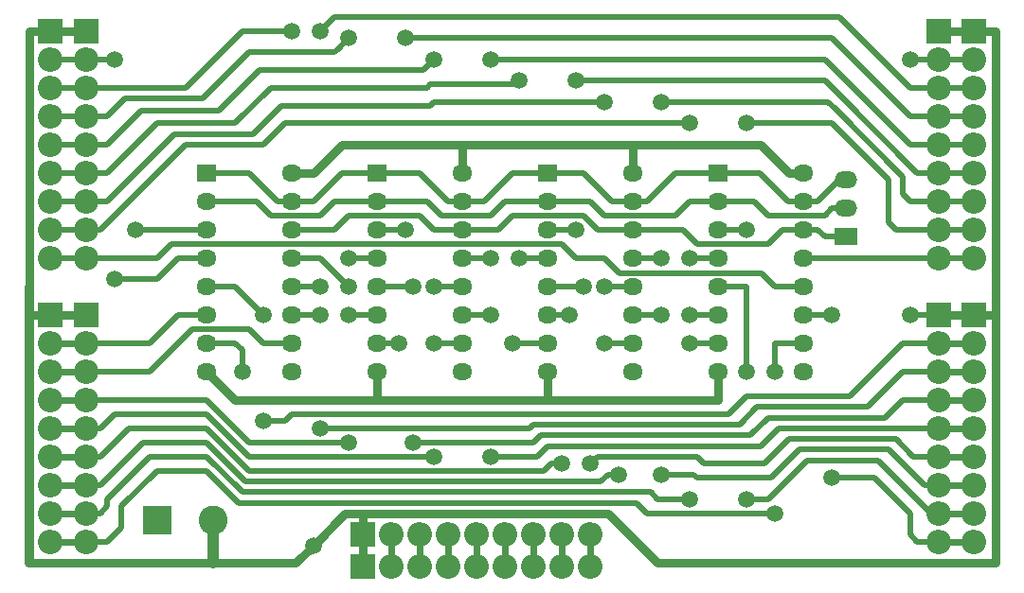
<source format=gbr>
%TF.GenerationSoftware,KiCad,Pcbnew,(5.1.8)-1*%
%TF.CreationDate,2022-11-12T22:57:04+03:00*%
%TF.ProjectId,MUX4x1,4d555834-7831-42e6-9b69-6361645f7063,rev?*%
%TF.SameCoordinates,Original*%
%TF.FileFunction,Copper,L2,Bot*%
%TF.FilePolarity,Positive*%
%FSLAX46Y46*%
G04 Gerber Fmt 4.6, Leading zero omitted, Abs format (unit mm)*
G04 Created by KiCad (PCBNEW (5.1.8)-1) date 2022-11-12 22:57:04*
%MOMM*%
%LPD*%
G01*
G04 APERTURE LIST*
%TA.AperFunction,ComponentPad*%
%ADD10O,2.200000X2.200000*%
%TD*%
%TA.AperFunction,ComponentPad*%
%ADD11R,2.200000X2.200000*%
%TD*%
%TA.AperFunction,ComponentPad*%
%ADD12O,1.800000X1.500000*%
%TD*%
%TA.AperFunction,ComponentPad*%
%ADD13R,1.800000X1.500000*%
%TD*%
%TA.AperFunction,ComponentPad*%
%ADD14O,2.000000X1.500000*%
%TD*%
%TA.AperFunction,ComponentPad*%
%ADD15R,2.000000X1.500000*%
%TD*%
%TA.AperFunction,ComponentPad*%
%ADD16R,2.600000X2.600000*%
%TD*%
%TA.AperFunction,ComponentPad*%
%ADD17C,2.600000*%
%TD*%
%TA.AperFunction,ViaPad*%
%ADD18C,1.500000*%
%TD*%
%TA.AperFunction,Conductor*%
%ADD19C,0.800000*%
%TD*%
%TA.AperFunction,Conductor*%
%ADD20C,1.000000*%
%TD*%
%TA.AperFunction,Conductor*%
%ADD21C,0.500000*%
%TD*%
%TA.AperFunction,Conductor*%
%ADD22C,0.600000*%
%TD*%
G04 APERTURE END LIST*
D10*
%TO.P,J12,9*%
%TO.N,/O7*%
X121920000Y-108902500D03*
%TO.P,J12,8*%
%TO.N,/O6*%
X119380000Y-108902500D03*
%TO.P,J12,7*%
%TO.N,/O5*%
X116840000Y-108902500D03*
%TO.P,J12,6*%
%TO.N,/O4*%
X114300000Y-108902500D03*
%TO.P,J12,5*%
%TO.N,/O3*%
X111760000Y-108902500D03*
%TO.P,J12,4*%
%TO.N,/O2*%
X109220000Y-108902500D03*
%TO.P,J12,3*%
%TO.N,/O1*%
X106680000Y-108902500D03*
%TO.P,J12,2*%
%TO.N,/O0*%
X104140000Y-108902500D03*
D11*
%TO.P,J12,1*%
%TO.N,GND*%
X101600000Y-108902500D03*
%TD*%
D10*
%TO.P,J11,9*%
%TO.N,/D7*%
X156210000Y-81280000D03*
%TO.P,J11,8*%
%TO.N,/D6*%
X156210000Y-78740000D03*
%TO.P,J11,7*%
%TO.N,/D5*%
X156210000Y-76200000D03*
%TO.P,J11,6*%
%TO.N,/D4*%
X156210000Y-73660000D03*
%TO.P,J11,5*%
%TO.N,/D3*%
X156210000Y-71120000D03*
%TO.P,J11,4*%
%TO.N,/D2*%
X156210000Y-68580000D03*
%TO.P,J11,3*%
%TO.N,/D1*%
X156210000Y-66040000D03*
%TO.P,J11,2*%
%TO.N,/D0*%
X156210000Y-63500000D03*
D11*
%TO.P,J11,1*%
%TO.N,GND*%
X156210000Y-60960000D03*
%TD*%
D10*
%TO.P,J10,9*%
%TO.N,/C7*%
X73660000Y-81280000D03*
%TO.P,J10,8*%
%TO.N,/C6*%
X73660000Y-78740000D03*
%TO.P,J10,7*%
%TO.N,/C5*%
X73660000Y-76200000D03*
%TO.P,J10,6*%
%TO.N,/C4*%
X73660000Y-73660000D03*
%TO.P,J10,5*%
%TO.N,/C3*%
X73660000Y-71120000D03*
%TO.P,J10,4*%
%TO.N,/C2*%
X73660000Y-68580000D03*
%TO.P,J10,3*%
%TO.N,/C1*%
X73660000Y-66040000D03*
%TO.P,J10,2*%
%TO.N,/C0*%
X73660000Y-63500000D03*
D11*
%TO.P,J10,1*%
%TO.N,GND*%
X73660000Y-60960000D03*
%TD*%
D10*
%TO.P,J9,9*%
%TO.N,/B7*%
X156210000Y-106680000D03*
%TO.P,J9,8*%
%TO.N,/B6*%
X156210000Y-104140000D03*
%TO.P,J9,7*%
%TO.N,/B5*%
X156210000Y-101600000D03*
%TO.P,J9,6*%
%TO.N,/B4*%
X156210000Y-99060000D03*
%TO.P,J9,5*%
%TO.N,/B3*%
X156210000Y-96520000D03*
%TO.P,J9,4*%
%TO.N,/B2*%
X156210000Y-93980000D03*
%TO.P,J9,3*%
%TO.N,/B1*%
X156210000Y-91440000D03*
%TO.P,J9,2*%
%TO.N,/B0*%
X156210000Y-88900000D03*
D11*
%TO.P,J9,1*%
%TO.N,GND*%
X156210000Y-86360000D03*
%TD*%
D10*
%TO.P,J8,9*%
%TO.N,/A7*%
X73660000Y-106680000D03*
%TO.P,J8,8*%
%TO.N,/A6*%
X73660000Y-104140000D03*
%TO.P,J8,7*%
%TO.N,/A5*%
X73660000Y-101600000D03*
%TO.P,J8,6*%
%TO.N,/A4*%
X73660000Y-99060000D03*
%TO.P,J8,5*%
%TO.N,/A3*%
X73660000Y-96520000D03*
%TO.P,J8,4*%
%TO.N,/A2*%
X73660000Y-93980000D03*
%TO.P,J8,3*%
%TO.N,/A1*%
X73660000Y-91440000D03*
%TO.P,J8,2*%
%TO.N,/A0*%
X73660000Y-88900000D03*
D11*
%TO.P,J8,1*%
%TO.N,GND*%
X73660000Y-86360000D03*
%TD*%
D12*
%TO.P,U2,16*%
%TO.N,VCC*%
X110490000Y-73660000D03*
%TO.P,U2,8*%
%TO.N,GND*%
X102870000Y-91440000D03*
%TO.P,U2,15*%
%TO.N,/~E*%
X110490000Y-76200000D03*
%TO.P,U2,7*%
%TO.N,/O2*%
X102870000Y-88900000D03*
%TO.P,U2,14*%
%TO.N,/S0*%
X110490000Y-78740000D03*
%TO.P,U2,6*%
%TO.N,/A2*%
X102870000Y-86360000D03*
%TO.P,U2,13*%
%TO.N,/D3*%
X110490000Y-81280000D03*
%TO.P,U2,5*%
%TO.N,/B2*%
X102870000Y-83820000D03*
%TO.P,U2,12*%
%TO.N,/C3*%
X110490000Y-83820000D03*
%TO.P,U2,4*%
%TO.N,/C2*%
X102870000Y-81280000D03*
%TO.P,U2,11*%
%TO.N,/B3*%
X110490000Y-86360000D03*
%TO.P,U2,3*%
%TO.N,/D2*%
X102870000Y-78740000D03*
%TO.P,U2,10*%
%TO.N,/A3*%
X110490000Y-88900000D03*
%TO.P,U2,2*%
%TO.N,/S1*%
X102870000Y-76200000D03*
%TO.P,U2,9*%
%TO.N,/O3*%
X110490000Y-91440000D03*
D13*
%TO.P,U2,1*%
%TO.N,/~E*%
X102870000Y-73660000D03*
%TD*%
D14*
%TO.P,J7,3*%
%TO.N,/~E*%
X144780000Y-74295000D03*
%TO.P,J7,2*%
%TO.N,/S1*%
X144780000Y-76835000D03*
D15*
%TO.P,J7,1*%
%TO.N,/S0*%
X144780000Y-79375000D03*
%TD*%
D16*
%TO.P,J1,1*%
%TO.N,VCC*%
X83185000Y-104775000D03*
D17*
%TO.P,J1,2*%
%TO.N,GND*%
X88185000Y-104775000D03*
%TD*%
D11*
%TO.P,J2,1*%
%TO.N,GND*%
X76835000Y-86360000D03*
D10*
%TO.P,J2,2*%
%TO.N,/A0*%
X76835000Y-88900000D03*
%TO.P,J2,3*%
%TO.N,/A1*%
X76835000Y-91440000D03*
%TO.P,J2,4*%
%TO.N,/A2*%
X76835000Y-93980000D03*
%TO.P,J2,5*%
%TO.N,/A3*%
X76835000Y-96520000D03*
%TO.P,J2,6*%
%TO.N,/A4*%
X76835000Y-99060000D03*
%TO.P,J2,7*%
%TO.N,/A5*%
X76835000Y-101600000D03*
%TO.P,J2,8*%
%TO.N,/A6*%
X76835000Y-104140000D03*
%TO.P,J2,9*%
%TO.N,/A7*%
X76835000Y-106680000D03*
%TD*%
%TO.P,J3,9*%
%TO.N,/B7*%
X153035000Y-106680000D03*
%TO.P,J3,8*%
%TO.N,/B6*%
X153035000Y-104140000D03*
%TO.P,J3,7*%
%TO.N,/B5*%
X153035000Y-101600000D03*
%TO.P,J3,6*%
%TO.N,/B4*%
X153035000Y-99060000D03*
%TO.P,J3,5*%
%TO.N,/B3*%
X153035000Y-96520000D03*
%TO.P,J3,4*%
%TO.N,/B2*%
X153035000Y-93980000D03*
%TO.P,J3,3*%
%TO.N,/B1*%
X153035000Y-91440000D03*
%TO.P,J3,2*%
%TO.N,/B0*%
X153035000Y-88900000D03*
D11*
%TO.P,J3,1*%
%TO.N,GND*%
X153035000Y-86360000D03*
%TD*%
%TO.P,J4,1*%
%TO.N,GND*%
X76835000Y-60960000D03*
D10*
%TO.P,J4,2*%
%TO.N,/C0*%
X76835000Y-63500000D03*
%TO.P,J4,3*%
%TO.N,/C1*%
X76835000Y-66040000D03*
%TO.P,J4,4*%
%TO.N,/C2*%
X76835000Y-68580000D03*
%TO.P,J4,5*%
%TO.N,/C3*%
X76835000Y-71120000D03*
%TO.P,J4,6*%
%TO.N,/C4*%
X76835000Y-73660000D03*
%TO.P,J4,7*%
%TO.N,/C5*%
X76835000Y-76200000D03*
%TO.P,J4,8*%
%TO.N,/C6*%
X76835000Y-78740000D03*
%TO.P,J4,9*%
%TO.N,/C7*%
X76835000Y-81280000D03*
%TD*%
%TO.P,J5,9*%
%TO.N,/D7*%
X153035000Y-81280000D03*
%TO.P,J5,8*%
%TO.N,/D6*%
X153035000Y-78740000D03*
%TO.P,J5,7*%
%TO.N,/D5*%
X153035000Y-76200000D03*
%TO.P,J5,6*%
%TO.N,/D4*%
X153035000Y-73660000D03*
%TO.P,J5,5*%
%TO.N,/D3*%
X153035000Y-71120000D03*
%TO.P,J5,4*%
%TO.N,/D2*%
X153035000Y-68580000D03*
%TO.P,J5,3*%
%TO.N,/D1*%
X153035000Y-66040000D03*
%TO.P,J5,2*%
%TO.N,/D0*%
X153035000Y-63500000D03*
D11*
%TO.P,J5,1*%
%TO.N,GND*%
X153035000Y-60960000D03*
%TD*%
%TO.P,J6,1*%
%TO.N,GND*%
X101600000Y-106045000D03*
D10*
%TO.P,J6,2*%
%TO.N,/O0*%
X104140000Y-106045000D03*
%TO.P,J6,3*%
%TO.N,/O1*%
X106680000Y-106045000D03*
%TO.P,J6,4*%
%TO.N,/O2*%
X109220000Y-106045000D03*
%TO.P,J6,5*%
%TO.N,/O3*%
X111760000Y-106045000D03*
%TO.P,J6,6*%
%TO.N,/O4*%
X114300000Y-106045000D03*
%TO.P,J6,7*%
%TO.N,/O5*%
X116840000Y-106045000D03*
%TO.P,J6,8*%
%TO.N,/O6*%
X119380000Y-106045000D03*
%TO.P,J6,9*%
%TO.N,/O7*%
X121920000Y-106045000D03*
%TD*%
D13*
%TO.P,U1,1*%
%TO.N,/~E*%
X87630000Y-73660000D03*
D12*
%TO.P,U1,9*%
%TO.N,/O1*%
X95250000Y-91440000D03*
%TO.P,U1,2*%
%TO.N,/S1*%
X87630000Y-76200000D03*
%TO.P,U1,10*%
%TO.N,/A1*%
X95250000Y-88900000D03*
%TO.P,U1,3*%
%TO.N,/D0*%
X87630000Y-78740000D03*
%TO.P,U1,11*%
%TO.N,/B1*%
X95250000Y-86360000D03*
%TO.P,U1,4*%
%TO.N,/C0*%
X87630000Y-81280000D03*
%TO.P,U1,12*%
%TO.N,/C1*%
X95250000Y-83820000D03*
%TO.P,U1,5*%
%TO.N,/B0*%
X87630000Y-83820000D03*
%TO.P,U1,13*%
%TO.N,/D1*%
X95250000Y-81280000D03*
%TO.P,U1,6*%
%TO.N,/A0*%
X87630000Y-86360000D03*
%TO.P,U1,14*%
%TO.N,/S0*%
X95250000Y-78740000D03*
%TO.P,U1,7*%
%TO.N,/O0*%
X87630000Y-88900000D03*
%TO.P,U1,15*%
%TO.N,/~E*%
X95250000Y-76200000D03*
%TO.P,U1,8*%
%TO.N,GND*%
X87630000Y-91440000D03*
%TO.P,U1,16*%
%TO.N,VCC*%
X95250000Y-73660000D03*
%TD*%
D13*
%TO.P,U3,1*%
%TO.N,/~E*%
X118110000Y-73660000D03*
D12*
%TO.P,U3,9*%
%TO.N,/O5*%
X125730000Y-91440000D03*
%TO.P,U3,2*%
%TO.N,/S1*%
X118110000Y-76200000D03*
%TO.P,U3,10*%
%TO.N,/A5*%
X125730000Y-88900000D03*
%TO.P,U3,3*%
%TO.N,/D4*%
X118110000Y-78740000D03*
%TO.P,U3,11*%
%TO.N,/B5*%
X125730000Y-86360000D03*
%TO.P,U3,4*%
%TO.N,/C4*%
X118110000Y-81280000D03*
%TO.P,U3,12*%
%TO.N,/C5*%
X125730000Y-83820000D03*
%TO.P,U3,5*%
%TO.N,/B4*%
X118110000Y-83820000D03*
%TO.P,U3,13*%
%TO.N,/D5*%
X125730000Y-81280000D03*
%TO.P,U3,6*%
%TO.N,/A4*%
X118110000Y-86360000D03*
%TO.P,U3,14*%
%TO.N,/S0*%
X125730000Y-78740000D03*
%TO.P,U3,7*%
%TO.N,/O4*%
X118110000Y-88900000D03*
%TO.P,U3,15*%
%TO.N,/~E*%
X125730000Y-76200000D03*
%TO.P,U3,8*%
%TO.N,GND*%
X118110000Y-91440000D03*
%TO.P,U3,16*%
%TO.N,VCC*%
X125730000Y-73660000D03*
%TD*%
%TO.P,U4,16*%
%TO.N,VCC*%
X140970000Y-73660000D03*
%TO.P,U4,8*%
%TO.N,GND*%
X133350000Y-91440000D03*
%TO.P,U4,15*%
%TO.N,/~E*%
X140970000Y-76200000D03*
%TO.P,U4,7*%
%TO.N,/O6*%
X133350000Y-88900000D03*
%TO.P,U4,14*%
%TO.N,/S0*%
X140970000Y-78740000D03*
%TO.P,U4,6*%
%TO.N,/A6*%
X133350000Y-86360000D03*
%TO.P,U4,13*%
%TO.N,/D7*%
X140970000Y-81280000D03*
%TO.P,U4,5*%
%TO.N,/B6*%
X133350000Y-83820000D03*
%TO.P,U4,12*%
%TO.N,/C7*%
X140970000Y-83820000D03*
%TO.P,U4,4*%
%TO.N,/C6*%
X133350000Y-81280000D03*
%TO.P,U4,11*%
%TO.N,/B7*%
X140970000Y-86360000D03*
%TO.P,U4,3*%
%TO.N,/D6*%
X133350000Y-78740000D03*
%TO.P,U4,10*%
%TO.N,/A7*%
X140970000Y-88900000D03*
%TO.P,U4,2*%
%TO.N,/S1*%
X133350000Y-76200000D03*
%TO.P,U4,9*%
%TO.N,/O7*%
X140970000Y-91440000D03*
D13*
%TO.P,U4,1*%
%TO.N,/~E*%
X133350000Y-73660000D03*
%TD*%
D18*
%TO.N,GND*%
X97155000Y-106997500D03*
X150495000Y-86360000D03*
%TO.N,/A2*%
X100330000Y-97790000D03*
X100330000Y-86360000D03*
%TO.N,/A3*%
X107950000Y-99060000D03*
X107950000Y-88900000D03*
%TO.N,/A4*%
X120015000Y-86360000D03*
X119380000Y-99695000D03*
%TO.N,/A5*%
X124460000Y-100647500D03*
X123190000Y-88900000D03*
%TO.N,/A6*%
X130810000Y-102870000D03*
X130810000Y-86360000D03*
%TO.N,/A7*%
X138430000Y-104140000D03*
X138430000Y-91440000D03*
%TO.N,/B7*%
X143510000Y-100965000D03*
X143510000Y-86360000D03*
%TO.N,/B6*%
X135890000Y-102870000D03*
X135890000Y-91440000D03*
%TO.N,/B5*%
X128270000Y-100647500D03*
X128270000Y-86360000D03*
%TO.N,/B4*%
X121285000Y-83820000D03*
X121920000Y-99695000D03*
%TO.N,/B3*%
X113030000Y-99060000D03*
X113030000Y-86360000D03*
%TO.N,/B2*%
X106045000Y-97790000D03*
X106045000Y-83820000D03*
%TO.N,/B1*%
X97790000Y-96520000D03*
X97790000Y-86360000D03*
%TO.N,/B0*%
X92710000Y-95885000D03*
X92710000Y-86360000D03*
%TO.N,/C0*%
X79375000Y-63500000D03*
X79375000Y-83185000D03*
%TO.N,/C1*%
X97790000Y-83820000D03*
X95250000Y-60960000D03*
%TO.N,/C2*%
X100330000Y-81280000D03*
X100330000Y-61595000D03*
%TO.N,/C3*%
X107950000Y-63500000D03*
X107950000Y-83820000D03*
%TO.N,/C4*%
X115570000Y-65405000D03*
X115570000Y-81280000D03*
%TO.N,/C5*%
X123190000Y-67310000D03*
X123190000Y-83820000D03*
%TO.N,/C6*%
X130810000Y-69215000D03*
X130810000Y-81280000D03*
%TO.N,/D6*%
X135890000Y-69215000D03*
X135890000Y-78740000D03*
%TO.N,/D5*%
X128270000Y-67310000D03*
X128270000Y-81280000D03*
%TO.N,/D4*%
X120650000Y-65405000D03*
X120650000Y-78740000D03*
%TO.N,/D3*%
X113030000Y-63500000D03*
X113030000Y-81280000D03*
%TO.N,/D2*%
X105410000Y-61595000D03*
X105410000Y-78740000D03*
%TO.N,/D1*%
X97790000Y-60960000D03*
X100330000Y-83820000D03*
%TO.N,/D0*%
X81280000Y-78740000D03*
X150495000Y-63500000D03*
%TO.N,/O0*%
X90805000Y-91440000D03*
%TO.N,/O2*%
X104775000Y-88900000D03*
%TO.N,/O4*%
X114935000Y-88900000D03*
%TO.N,/O6*%
X130810000Y-88900000D03*
%TD*%
D19*
%TO.N,VCC*%
X110490000Y-71120000D02*
X110490000Y-73660000D01*
X125730000Y-71120000D02*
X125730000Y-73660000D01*
X110490000Y-71120000D02*
X116840000Y-71120000D01*
X116840000Y-71120000D02*
X125730000Y-71120000D01*
X140970000Y-73660000D02*
X139700000Y-73660000D01*
X139700000Y-73660000D02*
X137160000Y-71120000D01*
X125730000Y-71120000D02*
X137160000Y-71120000D01*
X97155000Y-73660000D02*
X99695000Y-71120000D01*
X95250000Y-73660000D02*
X97155000Y-73660000D01*
X99695000Y-71120000D02*
X110490000Y-71120000D01*
%TO.N,GND*%
X156835000Y-108575000D02*
X156845000Y-108565000D01*
X133350000Y-108565000D02*
X133340000Y-108575000D01*
X133340000Y-108575000D02*
X156835000Y-108575000D01*
X133350000Y-91440000D02*
X133350000Y-93980000D01*
X102870000Y-91440000D02*
X102870000Y-93980000D01*
X118110000Y-91440000D02*
X118110000Y-93980000D01*
X118110000Y-93980000D02*
X133350000Y-93980000D01*
X102870000Y-93980000D02*
X118110000Y-93980000D01*
X153035000Y-86360000D02*
X156210000Y-86360000D01*
X156845000Y-108585000D02*
X156835000Y-108575000D01*
X158115000Y-108585000D02*
X156845000Y-108585000D01*
X158115000Y-83820000D02*
X158115000Y-108585000D01*
X156210000Y-86360000D02*
X158115000Y-86360000D01*
X72995010Y-108594990D02*
X73015000Y-108575000D01*
X71755000Y-108594990D02*
X72995010Y-108594990D01*
X71755000Y-88900000D02*
X71755000Y-108594990D01*
X71745010Y-88890010D02*
X71755000Y-88900000D01*
X71745010Y-83820000D02*
X71745010Y-88890010D01*
X76835000Y-86360000D02*
X71745010Y-86360000D01*
D20*
X88185000Y-104775000D02*
X88185000Y-108520000D01*
D21*
X150495000Y-86360000D02*
X153035000Y-86360000D01*
D19*
X101600000Y-106045000D02*
X101600000Y-108902500D01*
X72995010Y-108594990D02*
X88185000Y-108594990D01*
X101600000Y-107632500D02*
X101600000Y-108565000D01*
X101600000Y-106680000D02*
X101600000Y-107632500D01*
X101600000Y-106045000D02*
X101600000Y-104140000D01*
X100012500Y-104140000D02*
X97155000Y-106997500D01*
X101600000Y-104140000D02*
X100012500Y-104140000D01*
X88185000Y-108594990D02*
X95557510Y-108594990D01*
X123507500Y-104140000D02*
X101600000Y-104140000D01*
X127942500Y-108575000D02*
X123507500Y-104140000D01*
X133340000Y-108575000D02*
X127942500Y-108575000D01*
X97155000Y-106997500D02*
X95557510Y-108594990D01*
X158115000Y-60960000D02*
X153035000Y-60960000D01*
X158115000Y-83820000D02*
X158115000Y-60960000D01*
X71745010Y-108594990D02*
X73058988Y-108594990D01*
X71745010Y-83820000D02*
X71745010Y-108594990D01*
X71755000Y-107291002D02*
X71755000Y-60960000D01*
X71755000Y-60960000D02*
X76835000Y-60960000D01*
X90170000Y-93980000D02*
X87630000Y-91440000D01*
X102870000Y-93980000D02*
X90170000Y-93980000D01*
D21*
%TO.N,/A0*%
X85090000Y-86360000D02*
X87630000Y-86360000D01*
X82550000Y-88900000D02*
X85090000Y-86360000D01*
X76200000Y-88900000D02*
X82550000Y-88900000D01*
D22*
X73660000Y-88900000D02*
X76835000Y-88900000D01*
%TO.N,/A1*%
X73660000Y-91440000D02*
X76835000Y-91440000D01*
D21*
X91440000Y-87630000D02*
X92710000Y-88900000D01*
X93345000Y-88900000D02*
X95250000Y-88900000D01*
X92710000Y-88900000D02*
X93345000Y-88900000D01*
X86360000Y-87630000D02*
X91440000Y-87630000D01*
X82550000Y-91440000D02*
X86360000Y-87630000D01*
X76200000Y-91440000D02*
X82550000Y-91440000D01*
%TO.N,/A2*%
X102870000Y-86360000D02*
X100330000Y-86360000D01*
D22*
X73660000Y-93980000D02*
X76835000Y-93980000D01*
D21*
X91440000Y-97790000D02*
X100330000Y-97790000D01*
X87630000Y-93980000D02*
X91440000Y-97790000D01*
X76200000Y-93980000D02*
X87630000Y-93980000D01*
%TO.N,/A3*%
X110490000Y-88900000D02*
X107950000Y-88900000D01*
D22*
X73660000Y-96520000D02*
X76835000Y-96520000D01*
D21*
X78105000Y-96520000D02*
X76200000Y-96520000D01*
X79375000Y-95250000D02*
X78105000Y-96520000D01*
X87630000Y-95250000D02*
X79375000Y-95250000D01*
X91440000Y-99060000D02*
X87630000Y-95250000D01*
X107950000Y-99060000D02*
X91440000Y-99060000D01*
D22*
%TO.N,/A4*%
X73660000Y-99060000D02*
X76835000Y-99060000D01*
D21*
X118110000Y-86360000D02*
X120015000Y-86360000D01*
X78105000Y-99060000D02*
X76200000Y-99060000D01*
X80645000Y-96520000D02*
X78105000Y-99060000D01*
X87630000Y-96520000D02*
X80645000Y-96520000D01*
X91440000Y-100330000D02*
X87630000Y-96520000D01*
X117792500Y-100330000D02*
X91440000Y-100330000D01*
X118427500Y-99695000D02*
X117792500Y-100330000D01*
X119380000Y-99695000D02*
X118427500Y-99695000D01*
%TO.N,/A5*%
X125730000Y-88900000D02*
X123190000Y-88900000D01*
D22*
X73660000Y-101600000D02*
X76835000Y-101600000D01*
D21*
X78105000Y-101600000D02*
X76200000Y-101600000D01*
X81915000Y-97790000D02*
X78105000Y-101600000D01*
X87630000Y-97790000D02*
X81915000Y-97790000D01*
X91122500Y-101282500D02*
X87630000Y-97790000D01*
X122872500Y-101282500D02*
X91122500Y-101282500D01*
X123507500Y-100647500D02*
X122872500Y-101282500D01*
X124460000Y-100647500D02*
X123507500Y-100647500D01*
D22*
%TO.N,/A6*%
X73660000Y-104140000D02*
X76835000Y-104140000D01*
D21*
X130810000Y-86360000D02*
X133350000Y-86360000D01*
X78105000Y-104140000D02*
X76200000Y-104140000D01*
X78740000Y-102870000D02*
X78740000Y-103505000D01*
X82550000Y-99060000D02*
X78740000Y-102870000D01*
X90805000Y-102235000D02*
X87630000Y-99060000D01*
X127317500Y-102235000D02*
X90805000Y-102235000D01*
X87630000Y-99060000D02*
X82550000Y-99060000D01*
X127952500Y-102870000D02*
X127317500Y-102235000D01*
X78740000Y-103505000D02*
X78105000Y-104140000D01*
X130810000Y-102870000D02*
X127952500Y-102870000D01*
%TO.N,/A7*%
X140970000Y-88900000D02*
X138430000Y-88900000D01*
X138430000Y-88900000D02*
X138430000Y-91440000D01*
D22*
X73660000Y-106680000D02*
X76835000Y-106680000D01*
D21*
X78740000Y-106680000D02*
X76835000Y-106680000D01*
X80010000Y-103505000D02*
X80010000Y-105410000D01*
X83185000Y-100330000D02*
X80010000Y-103505000D01*
X87630000Y-100330000D02*
X83185000Y-100330000D01*
X80010000Y-105410000D02*
X78740000Y-106680000D01*
X90487500Y-103187500D02*
X87630000Y-100330000D01*
X126047500Y-103187500D02*
X90487500Y-103187500D01*
X127000000Y-104140000D02*
X126047500Y-103187500D01*
X138430000Y-104140000D02*
X127000000Y-104140000D01*
%TO.N,/B7*%
X140970000Y-86360000D02*
X143510000Y-86360000D01*
D22*
X153035000Y-106680000D02*
X156210000Y-106680000D01*
D21*
X143510000Y-100965000D02*
X147320000Y-100965000D01*
X147320000Y-100965000D02*
X150495000Y-104140000D01*
X150495000Y-106045000D02*
X151130000Y-106680000D01*
X150495000Y-104140000D02*
X150495000Y-106045000D01*
X153670000Y-106680000D02*
X151130000Y-106680000D01*
%TO.N,/B6*%
X133350000Y-83820000D02*
X135890000Y-83820000D01*
X135890000Y-83820000D02*
X135890000Y-91440000D01*
D22*
X153035000Y-104140000D02*
X156210000Y-104140000D01*
D21*
X146050000Y-99377500D02*
X141287500Y-99377500D01*
X141287500Y-99377500D02*
X137795000Y-102870000D01*
X135890000Y-102870000D02*
X137795000Y-102870000D01*
X146050000Y-99377500D02*
X147637500Y-99377500D01*
X152400000Y-104140000D02*
X153035000Y-104140000D01*
X147637500Y-99377500D02*
X152400000Y-104140000D01*
%TO.N,/B5*%
X125730000Y-86360000D02*
X128270000Y-86360000D01*
D22*
X153035000Y-101600000D02*
X156210000Y-101600000D01*
D21*
X151765000Y-101600000D02*
X153670000Y-101600000D01*
X148590000Y-98425000D02*
X151765000Y-101600000D01*
X140652500Y-98425000D02*
X148590000Y-98425000D01*
X138112500Y-100965000D02*
X140652500Y-98425000D01*
X131127500Y-100647500D02*
X131445000Y-100965000D01*
X128270000Y-100647500D02*
X131127500Y-100647500D01*
X131445000Y-100965000D02*
X138112500Y-100965000D01*
D22*
%TO.N,/B4*%
X153035000Y-99060000D02*
X156210000Y-99060000D01*
D21*
X118110000Y-83820000D02*
X121285000Y-83820000D01*
X150812500Y-99060000D02*
X153670000Y-99060000D01*
X149225000Y-97472500D02*
X150812500Y-99060000D01*
X139700000Y-97472500D02*
X149225000Y-97472500D01*
X137477500Y-99695000D02*
X139700000Y-97472500D01*
X132080000Y-99695000D02*
X137477500Y-99695000D01*
X131445000Y-99060000D02*
X132080000Y-99695000D01*
X122555000Y-99060000D02*
X131445000Y-99060000D01*
X121920000Y-99695000D02*
X122555000Y-99060000D01*
%TO.N,/B3*%
X110490000Y-86360000D02*
X113030000Y-86360000D01*
D22*
X153035000Y-96520000D02*
X156210000Y-96520000D01*
D21*
X138747500Y-96520000D02*
X153670000Y-96520000D01*
X137160000Y-98107500D02*
X138747500Y-96520000D01*
X118110000Y-98107500D02*
X137160000Y-98107500D01*
X117157500Y-99060000D02*
X118110000Y-98107500D01*
X113030000Y-99060000D02*
X117157500Y-99060000D01*
D22*
%TO.N,/B2*%
X153035000Y-93980000D02*
X156210000Y-93980000D01*
D21*
X102870000Y-83820000D02*
X106045000Y-83820000D01*
X149860000Y-93980000D02*
X153670000Y-93980000D01*
X148272500Y-95567500D02*
X149860000Y-93980000D01*
X136207500Y-97155000D02*
X137795000Y-95567500D01*
X117475000Y-97155000D02*
X136207500Y-97155000D01*
X116840000Y-97790000D02*
X117475000Y-97155000D01*
X137795000Y-95567500D02*
X148272500Y-95567500D01*
X106045000Y-97790000D02*
X116840000Y-97790000D01*
%TO.N,/B1*%
X97790000Y-86360000D02*
X95250000Y-86360000D01*
D22*
X153035000Y-91440000D02*
X156210000Y-91440000D01*
D21*
X149860000Y-91440000D02*
X153670000Y-91440000D01*
X146685000Y-94615000D02*
X149860000Y-91440000D01*
X136842500Y-94615000D02*
X146685000Y-94615000D01*
X135255000Y-96202500D02*
X136842500Y-94615000D01*
X116840000Y-96202500D02*
X135255000Y-96202500D01*
X116522500Y-96520000D02*
X116840000Y-96202500D01*
X97790000Y-96520000D02*
X116522500Y-96520000D01*
D22*
%TO.N,/B0*%
X153035000Y-88900000D02*
X156210000Y-88900000D01*
D21*
X94615000Y-95885000D02*
X92710000Y-95885000D01*
X95250000Y-95250000D02*
X94615000Y-95885000D01*
X153670000Y-88900000D02*
X149860000Y-88900000D01*
X135890000Y-93662500D02*
X134302500Y-95250000D01*
X145097500Y-93662500D02*
X135890000Y-93662500D01*
X134302500Y-95250000D02*
X95250000Y-95250000D01*
X149860000Y-88900000D02*
X145097500Y-93662500D01*
X90170000Y-83820000D02*
X87630000Y-83820000D01*
X92710000Y-86360000D02*
X90170000Y-83820000D01*
%TO.N,/C0*%
X73660000Y-63500000D02*
X79375000Y-63500000D01*
X87630000Y-81280000D02*
X85090000Y-81280000D01*
X85090000Y-81280000D02*
X83185000Y-83185000D01*
X83185000Y-83185000D02*
X79375000Y-83185000D01*
X79375000Y-63500000D02*
X79375000Y-63500000D01*
X79375000Y-83185000D02*
X79375000Y-83185000D01*
%TO.N,/C1*%
X95250000Y-83820000D02*
X97790000Y-83820000D01*
X73660000Y-66040000D02*
X85725000Y-66040000D01*
X95250000Y-60960000D02*
X90805000Y-60960000D01*
X85725000Y-66040000D02*
X90805000Y-60960000D01*
%TO.N,/C2*%
X102870000Y-81280000D02*
X100330000Y-81280000D01*
X100330000Y-81280000D02*
X100330000Y-81280000D01*
X78740000Y-68580000D02*
X73660000Y-68580000D01*
X80327500Y-66992500D02*
X78740000Y-68580000D01*
X87312500Y-66992500D02*
X80327500Y-66992500D01*
X99377500Y-62547500D02*
X100330000Y-61595000D01*
X99060000Y-62865000D02*
X99377500Y-62547500D01*
X91440000Y-62865000D02*
X99060000Y-62865000D01*
X91440000Y-62865000D02*
X87312500Y-66992500D01*
%TO.N,/C3*%
X107950000Y-83820000D02*
X110490000Y-83820000D01*
X78740000Y-71120000D02*
X73660000Y-71120000D01*
X81756250Y-68103750D02*
X78740000Y-71120000D01*
X88741250Y-68103750D02*
X81756250Y-68103750D01*
X107315000Y-64135000D02*
X107950000Y-63500000D01*
X106997500Y-64452500D02*
X107315000Y-64135000D01*
X92392500Y-64452500D02*
X106997500Y-64452500D01*
X92392500Y-64452500D02*
X88741250Y-68103750D01*
%TO.N,/C4*%
X118110000Y-81280000D02*
X115570000Y-81280000D01*
X78740000Y-73660000D02*
X73660000Y-73660000D01*
X83185000Y-69215000D02*
X78740000Y-73660000D01*
X90170000Y-69215000D02*
X83185000Y-69215000D01*
X115252500Y-65722500D02*
X115570000Y-65405000D01*
X107315000Y-66040000D02*
X107632500Y-65722500D01*
X93345000Y-66040000D02*
X107315000Y-66040000D01*
X107632500Y-65722500D02*
X115252500Y-65722500D01*
X93345000Y-66040000D02*
X90170000Y-69215000D01*
%TO.N,/C5*%
X125730000Y-83820000D02*
X123190000Y-83820000D01*
X84772500Y-70167500D02*
X91757500Y-70167500D01*
X78740000Y-76200000D02*
X84772500Y-70167500D01*
X73660000Y-76200000D02*
X78740000Y-76200000D01*
X107632500Y-67627500D02*
X107950000Y-67310000D01*
X94297500Y-67627500D02*
X107632500Y-67627500D01*
X107950000Y-67310000D02*
X123190000Y-67310000D01*
X91757500Y-70167500D02*
X94297500Y-67627500D01*
%TO.N,/C6*%
X133350000Y-81280000D02*
X130810000Y-81280000D01*
X94615000Y-69215000D02*
X130810000Y-69215000D01*
X92710000Y-71120000D02*
X94615000Y-69215000D01*
X85725000Y-71120000D02*
X92710000Y-71120000D01*
X78105000Y-78740000D02*
X85725000Y-71120000D01*
X73660000Y-78740000D02*
X78105000Y-78740000D01*
%TO.N,/C7*%
X140970000Y-83820000D02*
X138430000Y-83820000D01*
X137229990Y-82619990D02*
X138430000Y-83820000D01*
X124529990Y-82619990D02*
X137229990Y-82619990D01*
X83185000Y-81280000D02*
X84455000Y-80010000D01*
X73660000Y-81280000D02*
X83185000Y-81280000D01*
X119380000Y-80010000D02*
X120650000Y-81280000D01*
X120650000Y-81280000D02*
X123190000Y-81280000D01*
X123190000Y-81280000D02*
X124529990Y-82619990D01*
X84455000Y-80010000D02*
X88900000Y-80010000D01*
X88900000Y-80010000D02*
X119380000Y-80010000D01*
%TO.N,/D7*%
X140970000Y-81280000D02*
X142875000Y-81280000D01*
X142875000Y-81280000D02*
X146050000Y-81280000D01*
X153035000Y-81280000D02*
X148590000Y-81280000D01*
X146050000Y-81280000D02*
X148590000Y-81280000D01*
X153035000Y-81280000D02*
X156210000Y-81280000D01*
%TO.N,/D6*%
X133350000Y-78740000D02*
X135890000Y-78740000D01*
X141605000Y-69215000D02*
X135890000Y-69215000D01*
X148590000Y-74295000D02*
X143510000Y-69215000D01*
X148590000Y-78105000D02*
X148590000Y-74295000D01*
X149225000Y-78740000D02*
X148590000Y-78105000D01*
X143510000Y-69215000D02*
X141605000Y-69215000D01*
X156210000Y-78740000D02*
X149225000Y-78740000D01*
%TO.N,/D5*%
X125730000Y-81280000D02*
X128270000Y-81280000D01*
X150495000Y-76200000D02*
X156210000Y-76200000D01*
X149860000Y-75565000D02*
X150495000Y-76200000D01*
X149860000Y-73977500D02*
X149860000Y-75565000D01*
X143827500Y-67945000D02*
X149860000Y-73977500D01*
X143192500Y-67310000D02*
X142875000Y-67310000D01*
X143827500Y-67945000D02*
X143192500Y-67310000D01*
X128270000Y-67310000D02*
X142875000Y-67310000D01*
%TO.N,/D4*%
X118110000Y-78740000D02*
X120650000Y-78740000D01*
X151130000Y-73660000D02*
X144145000Y-66675000D01*
X156210000Y-73660000D02*
X151130000Y-73660000D01*
X144145000Y-66675000D02*
X142875000Y-65405000D01*
X142875000Y-65405000D02*
X120650000Y-65405000D01*
%TO.N,/D3*%
X110490000Y-81280000D02*
X113030000Y-81280000D01*
X150495000Y-71120000D02*
X144145000Y-64770000D01*
X156210000Y-71120000D02*
X150495000Y-71120000D01*
X144145000Y-64770000D02*
X142875000Y-63500000D01*
X142875000Y-63500000D02*
X113030000Y-63500000D01*
%TO.N,/D2*%
X105410000Y-78740000D02*
X102870000Y-78740000D01*
X150495000Y-68580000D02*
X156210000Y-68580000D01*
X143510000Y-61595000D02*
X150495000Y-68580000D01*
X105410000Y-61595000D02*
X143510000Y-61595000D01*
%TO.N,/D1*%
X97790000Y-81280000D02*
X95250000Y-81280000D01*
X150495000Y-66040000D02*
X144145000Y-59690000D01*
X156210000Y-66040000D02*
X150495000Y-66040000D01*
X97790000Y-81280000D02*
X100330000Y-83820000D01*
X97790000Y-60960000D02*
X99060000Y-59690000D01*
X144145000Y-59690000D02*
X99060000Y-59690000D01*
%TO.N,/D0*%
X153035000Y-63500000D02*
X156210000Y-63500000D01*
X87630000Y-78740000D02*
X81280000Y-78740000D01*
X81280000Y-78740000D02*
X81280000Y-78740000D01*
X150495000Y-63500000D02*
X153035000Y-63500000D01*
%TO.N,/O0*%
X87630000Y-88900000D02*
X90170000Y-88900000D01*
D22*
X104140000Y-106045000D02*
X104140000Y-108902500D01*
D21*
X90170000Y-88900000D02*
X90805000Y-89535000D01*
X90805000Y-89535000D02*
X90805000Y-91440000D01*
D22*
%TO.N,/O1*%
X106680000Y-106045000D02*
X106680000Y-108902500D01*
D21*
%TO.N,/O2*%
X102870000Y-88900000D02*
X104775000Y-88900000D01*
D22*
X109220000Y-106045000D02*
X109220000Y-108902500D01*
%TO.N,/O3*%
X111760000Y-106045000D02*
X111760000Y-108902500D01*
D21*
%TO.N,/O4*%
X114935000Y-88900000D02*
X118110000Y-88900000D01*
D22*
X114300000Y-106045000D02*
X114300000Y-108902500D01*
%TO.N,/O5*%
X116840000Y-106045000D02*
X116840000Y-108902500D01*
D21*
%TO.N,/O6*%
X130810000Y-88900000D02*
X133350000Y-88900000D01*
D22*
X119380000Y-106045000D02*
X119380000Y-108902500D01*
%TO.N,/O7*%
X121920000Y-106045000D02*
X121920000Y-108902500D01*
D21*
%TO.N,/~E*%
X133350000Y-73660000D02*
X137030000Y-73660000D01*
X137030000Y-73660000D02*
X139570000Y-76200000D01*
X140970000Y-76200000D02*
X139570000Y-76200000D01*
X95250000Y-76200000D02*
X97155000Y-76200000D01*
X97155000Y-76200000D02*
X99695000Y-73660000D01*
X102870000Y-73660000D02*
X99695000Y-73660000D01*
X112395000Y-76200000D02*
X114935000Y-73660000D01*
X110490000Y-76200000D02*
X112395000Y-76200000D01*
X118110000Y-73660000D02*
X114935000Y-73660000D01*
X129857500Y-73660000D02*
X133350000Y-73660000D01*
X129540000Y-73660000D02*
X129857500Y-73660000D01*
X127000000Y-76200000D02*
X129540000Y-73660000D01*
X125730000Y-76200000D02*
X127000000Y-76200000D01*
X109220000Y-76200000D02*
X110490000Y-76200000D01*
X106680000Y-73660000D02*
X109220000Y-76200000D01*
X102870000Y-73660000D02*
X106680000Y-73660000D01*
X144145000Y-74295000D02*
X144780000Y-74295000D01*
X142240000Y-76200000D02*
X144145000Y-74295000D01*
X140970000Y-76200000D02*
X142240000Y-76200000D01*
X123825000Y-76200000D02*
X125730000Y-76200000D01*
X121285000Y-73660000D02*
X123825000Y-76200000D01*
X118110000Y-73660000D02*
X121285000Y-73660000D01*
X93980000Y-76200000D02*
X95250000Y-76200000D01*
X91440000Y-73660000D02*
X93980000Y-76200000D01*
X87630000Y-73660000D02*
X91440000Y-73660000D01*
%TO.N,/S1*%
X136525000Y-76200000D02*
X137795000Y-77470000D01*
X133350000Y-76200000D02*
X136525000Y-76200000D01*
X108585000Y-77470000D02*
X113030000Y-77470000D01*
X113030000Y-77470000D02*
X114300000Y-76200000D01*
X107315000Y-76200000D02*
X108585000Y-77470000D01*
X114300000Y-76200000D02*
X118110000Y-76200000D01*
X102870000Y-76200000D02*
X107315000Y-76200000D01*
X144780000Y-76835000D02*
X143510000Y-76835000D01*
X142875000Y-77470000D02*
X137795000Y-77470000D01*
X143510000Y-76835000D02*
X142875000Y-77470000D01*
X130810000Y-76200000D02*
X133350000Y-76200000D01*
X129540000Y-77470000D02*
X130810000Y-76200000D01*
X123190000Y-77470000D02*
X129540000Y-77470000D01*
X121920000Y-76200000D02*
X123190000Y-77470000D01*
X118110000Y-76200000D02*
X121920000Y-76200000D01*
X97790000Y-77470000D02*
X99060000Y-76200000D01*
X93345000Y-77470000D02*
X97790000Y-77470000D01*
X99060000Y-76200000D02*
X102870000Y-76200000D01*
X92075000Y-76200000D02*
X93345000Y-77470000D01*
X87630000Y-76200000D02*
X92075000Y-76200000D01*
%TO.N,/S0*%
X140970000Y-78740000D02*
X142240000Y-78740000D01*
X106680000Y-77470000D02*
X107950000Y-78740000D01*
X100330000Y-77470000D02*
X106680000Y-77470000D01*
X107950000Y-78740000D02*
X110490000Y-78740000D01*
X99060000Y-78740000D02*
X100330000Y-77470000D01*
X95250000Y-78740000D02*
X99060000Y-78740000D01*
X139065000Y-78740000D02*
X140970000Y-78740000D01*
X137795000Y-80010000D02*
X139065000Y-78740000D01*
X131445000Y-80010000D02*
X137795000Y-80010000D01*
X130175000Y-78740000D02*
X131445000Y-80010000D01*
X125730000Y-78740000D02*
X130175000Y-78740000D01*
X142875000Y-79375000D02*
X142240000Y-78740000D01*
X144780000Y-79375000D02*
X142875000Y-79375000D01*
X122555000Y-78740000D02*
X125730000Y-78740000D01*
X114935000Y-77470000D02*
X121285000Y-77470000D01*
X113665000Y-78740000D02*
X114935000Y-77470000D01*
X121285000Y-77470000D02*
X122555000Y-78740000D01*
X110490000Y-78740000D02*
X113665000Y-78740000D01*
%TD*%
M02*

</source>
